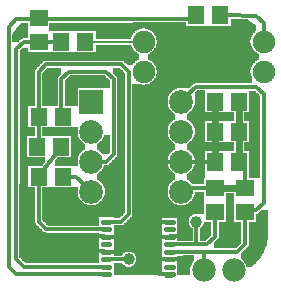
<source format=gtl>
G04 MADE WITH FRITZING*
G04 WWW.FRITZING.ORG*
G04 DOUBLE SIDED*
G04 HOLES PLATED*
G04 CONTOUR ON CENTER OF CONTOUR VECTOR*
%ASAXBY*%
%FSLAX23Y23*%
%MOIN*%
%OFA0B0*%
%SFA1.0B1.0*%
%ADD10C,0.075000*%
%ADD11C,0.079370*%
%ADD12C,0.039370*%
%ADD13C,0.078000*%
%ADD14R,0.079370X0.079370*%
%ADD15R,0.055118X0.059055*%
%ADD16R,0.059055X0.055118*%
%ADD17C,0.016000*%
%ADD18C,0.012000*%
%ADD19C,0.024000*%
%ADD20C,0.008000*%
%LNCOPPER1*%
G90*
G70*
G54D10*
X708Y897D03*
X592Y814D03*
X992Y814D03*
G54D11*
X417Y714D03*
X717Y714D03*
X417Y614D03*
X717Y614D03*
X417Y514D03*
X717Y514D03*
X417Y414D03*
X717Y414D03*
G54D10*
X992Y914D03*
X592Y914D03*
G54D12*
X767Y314D03*
G54D13*
X892Y151D03*
X792Y151D03*
G54D12*
X542Y189D03*
G54D14*
X417Y714D03*
G54D15*
X830Y714D03*
X910Y714D03*
X830Y614D03*
X910Y614D03*
X830Y514D03*
X910Y514D03*
G54D16*
X830Y426D03*
X830Y345D03*
X930Y426D03*
X930Y345D03*
G54D15*
X317Y914D03*
X398Y914D03*
X767Y1001D03*
X848Y1001D03*
G54D16*
X242Y914D03*
X242Y994D03*
G54D15*
X242Y664D03*
X323Y664D03*
X317Y564D03*
X236Y564D03*
X242Y464D03*
X323Y464D03*
G54D17*
X690Y138D02*
X668Y138D01*
D02*
X690Y163D02*
X668Y163D01*
D02*
X690Y188D02*
X668Y188D01*
D02*
X690Y213D02*
X668Y213D01*
D02*
X690Y238D02*
X668Y238D01*
D02*
X690Y263D02*
X668Y263D01*
D02*
X690Y288D02*
X668Y288D01*
D02*
X690Y313D02*
X668Y313D01*
D02*
X478Y314D02*
X456Y314D01*
D02*
X478Y289D02*
X456Y289D01*
D02*
X478Y264D02*
X456Y264D01*
D02*
X478Y239D02*
X456Y239D01*
D02*
X478Y214D02*
X456Y214D01*
D02*
X478Y189D02*
X456Y189D01*
D02*
X478Y164D02*
X456Y164D01*
D02*
X478Y139D02*
X456Y139D01*
G54D18*
D02*
X992Y977D02*
X992Y937D01*
D02*
X870Y1001D02*
X967Y1000D01*
D02*
X930Y448D02*
X930Y500D01*
D02*
X930Y500D02*
X910Y514D01*
D02*
X808Y514D02*
X742Y514D01*
G54D19*
D02*
X910Y590D02*
X910Y538D01*
D02*
X910Y638D02*
X910Y690D01*
D02*
X830Y638D02*
X830Y690D01*
D02*
X830Y538D02*
X830Y590D01*
G54D18*
D02*
X792Y213D02*
X905Y213D01*
D02*
X768Y239D02*
X693Y238D01*
D02*
X805Y239D02*
X768Y239D01*
D02*
X905Y213D02*
X930Y239D01*
D02*
X830Y323D02*
X830Y264D01*
D02*
X830Y264D02*
X805Y239D01*
D02*
X693Y213D02*
X792Y213D01*
D02*
X930Y239D02*
X930Y323D01*
D02*
X754Y426D02*
X746Y423D01*
D02*
X806Y426D02*
X754Y426D01*
G54D19*
D02*
X906Y426D02*
X854Y426D01*
G54D18*
D02*
X992Y377D02*
X967Y351D01*
D02*
X992Y739D02*
X992Y377D01*
D02*
X767Y764D02*
X967Y764D01*
D02*
X967Y351D02*
X954Y349D01*
D02*
X735Y731D02*
X767Y764D01*
D02*
X967Y764D02*
X992Y739D01*
D02*
X642Y513D02*
X692Y513D01*
D02*
X618Y189D02*
X666Y188D01*
D02*
X618Y163D02*
X618Y189D01*
D02*
X642Y139D02*
X618Y163D01*
D02*
X617Y413D02*
X618Y489D01*
D02*
X618Y489D02*
X642Y513D01*
D02*
X666Y313D02*
X618Y313D01*
D02*
X618Y313D02*
X617Y413D01*
D02*
X492Y213D02*
X517Y239D01*
D02*
X517Y239D02*
X518Y263D01*
D02*
X481Y213D02*
X492Y213D01*
D02*
X518Y263D02*
X618Y263D01*
D02*
X481Y263D02*
X518Y263D01*
D02*
X666Y263D02*
X618Y263D01*
D02*
X618Y313D02*
X618Y263D01*
D02*
X617Y264D02*
X618Y189D01*
D02*
X666Y138D02*
X642Y139D01*
D02*
X242Y640D02*
X242Y589D01*
D02*
X242Y589D02*
X242Y588D01*
D02*
X529Y189D02*
X481Y189D01*
D02*
X792Y213D02*
X792Y176D01*
D02*
X767Y300D02*
X768Y239D01*
D02*
X192Y913D02*
X218Y913D01*
D02*
X518Y313D02*
X542Y339D01*
D02*
X268Y289D02*
X242Y313D01*
D02*
X468Y813D02*
X342Y813D01*
D02*
X518Y839D02*
X267Y839D01*
D02*
X267Y839D02*
X242Y814D01*
D02*
X192Y164D02*
X167Y189D01*
D02*
X318Y689D02*
X318Y688D01*
D02*
X318Y789D02*
X318Y689D01*
D02*
X368Y463D02*
X345Y463D01*
D02*
X260Y488D02*
X299Y540D01*
D02*
X492Y539D02*
X492Y789D01*
D02*
X242Y814D02*
X242Y688D01*
D02*
X542Y814D02*
X518Y839D01*
D02*
X542Y339D02*
X542Y814D01*
D02*
X481Y313D02*
X518Y313D01*
D02*
X168Y889D02*
X192Y913D01*
D02*
X454Y164D02*
X192Y164D01*
D02*
X167Y189D02*
X168Y889D01*
D02*
X454Y289D02*
X268Y289D01*
D02*
X242Y313D02*
X242Y440D01*
D02*
X967Y1000D02*
X992Y977D01*
D02*
X342Y813D02*
X318Y789D01*
D02*
X468Y513D02*
X492Y539D01*
D02*
X442Y513D02*
X468Y513D01*
D02*
X492Y789D02*
X468Y813D01*
D02*
X266Y914D02*
X295Y914D01*
D02*
X218Y989D02*
X218Y989D01*
D02*
X168Y989D02*
X218Y989D01*
D02*
X168Y139D02*
X142Y163D01*
D02*
X142Y163D02*
X142Y963D01*
D02*
X454Y139D02*
X168Y139D01*
D02*
X142Y963D02*
X168Y989D01*
G54D20*
D02*
X420Y914D02*
X569Y914D01*
G54D18*
D02*
X399Y431D02*
X368Y463D01*
D02*
X743Y989D02*
X267Y988D01*
D02*
X745Y990D02*
X743Y989D01*
D02*
X267Y988D02*
X266Y988D01*
G36*
X184Y976D02*
X184Y974D01*
X182Y974D01*
X182Y972D01*
X180Y972D01*
X180Y970D01*
X178Y970D01*
X178Y968D01*
X176Y968D01*
X176Y966D01*
X174Y966D01*
X174Y964D01*
X172Y964D01*
X172Y962D01*
X170Y962D01*
X170Y960D01*
X168Y960D01*
X168Y958D01*
X166Y958D01*
X166Y954D01*
X164Y954D01*
X164Y952D01*
X162Y952D01*
X162Y950D01*
X160Y950D01*
X160Y946D01*
X158Y946D01*
X158Y944D01*
X156Y944D01*
X156Y940D01*
X154Y940D01*
X154Y912D01*
X174Y912D01*
X174Y914D01*
X176Y914D01*
X176Y916D01*
X178Y916D01*
X178Y918D01*
X180Y918D01*
X180Y920D01*
X182Y920D01*
X182Y922D01*
X186Y922D01*
X186Y924D01*
X190Y924D01*
X190Y926D01*
X206Y926D01*
X206Y976D01*
X184Y976D01*
G37*
D02*
G36*
X432Y904D02*
X432Y878D01*
X566Y878D01*
X566Y880D01*
X564Y880D01*
X564Y882D01*
X562Y882D01*
X562Y884D01*
X560Y884D01*
X560Y886D01*
X558Y886D01*
X558Y888D01*
X556Y888D01*
X556Y892D01*
X554Y892D01*
X554Y896D01*
X552Y896D01*
X552Y900D01*
X550Y900D01*
X550Y904D01*
X432Y904D01*
G37*
D02*
G36*
X186Y892D02*
X186Y890D01*
X184Y890D01*
X184Y888D01*
X182Y888D01*
X182Y886D01*
X180Y886D01*
X180Y878D01*
X284Y878D01*
X284Y880D01*
X206Y880D01*
X206Y892D01*
X186Y892D01*
G37*
D02*
G36*
X180Y878D02*
X180Y876D01*
X570Y876D01*
X570Y878D01*
X180Y878D01*
G37*
D02*
G36*
X180Y878D02*
X180Y876D01*
X570Y876D01*
X570Y878D01*
X180Y878D01*
G37*
D02*
G36*
X180Y876D02*
X180Y850D01*
X524Y850D01*
X524Y848D01*
X526Y848D01*
X526Y846D01*
X528Y846D01*
X528Y844D01*
X530Y844D01*
X530Y842D01*
X532Y842D01*
X532Y840D01*
X534Y840D01*
X534Y838D01*
X536Y838D01*
X536Y836D01*
X556Y836D01*
X556Y840D01*
X558Y840D01*
X558Y842D01*
X560Y842D01*
X560Y844D01*
X562Y844D01*
X562Y846D01*
X564Y846D01*
X564Y848D01*
X566Y848D01*
X566Y850D01*
X570Y850D01*
X570Y852D01*
X574Y852D01*
X574Y854D01*
X578Y854D01*
X578Y874D01*
X572Y874D01*
X572Y876D01*
X180Y876D01*
G37*
D02*
G36*
X180Y850D02*
X180Y440D01*
X178Y440D01*
X178Y194D01*
X180Y194D01*
X180Y192D01*
X182Y192D01*
X182Y190D01*
X184Y190D01*
X184Y188D01*
X186Y188D01*
X186Y186D01*
X188Y186D01*
X188Y184D01*
X190Y184D01*
X190Y182D01*
X192Y182D01*
X192Y180D01*
X194Y180D01*
X194Y178D01*
X196Y178D01*
X196Y176D01*
X442Y176D01*
X442Y276D01*
X266Y276D01*
X266Y278D01*
X262Y278D01*
X262Y280D01*
X258Y280D01*
X258Y282D01*
X256Y282D01*
X256Y284D01*
X254Y284D01*
X254Y286D01*
X252Y286D01*
X252Y288D01*
X250Y288D01*
X250Y290D01*
X248Y290D01*
X248Y292D01*
X246Y292D01*
X246Y294D01*
X244Y294D01*
X244Y296D01*
X242Y296D01*
X242Y298D01*
X240Y298D01*
X240Y300D01*
X238Y300D01*
X238Y302D01*
X236Y302D01*
X236Y304D01*
X234Y304D01*
X234Y306D01*
X232Y306D01*
X232Y308D01*
X230Y308D01*
X230Y428D01*
X208Y428D01*
X208Y498D01*
X210Y498D01*
X210Y500D01*
X256Y500D01*
X256Y504D01*
X258Y504D01*
X258Y506D01*
X260Y506D01*
X260Y508D01*
X262Y508D01*
X262Y528D01*
X204Y528D01*
X204Y530D01*
X202Y530D01*
X202Y598D01*
X204Y598D01*
X204Y600D01*
X230Y600D01*
X230Y628D01*
X208Y628D01*
X208Y698D01*
X210Y698D01*
X210Y700D01*
X230Y700D01*
X230Y818D01*
X232Y818D01*
X232Y822D01*
X234Y822D01*
X234Y824D01*
X236Y824D01*
X236Y826D01*
X238Y826D01*
X238Y828D01*
X240Y828D01*
X240Y830D01*
X242Y830D01*
X242Y832D01*
X244Y832D01*
X244Y834D01*
X246Y834D01*
X246Y836D01*
X248Y836D01*
X248Y838D01*
X250Y838D01*
X250Y840D01*
X252Y840D01*
X252Y842D01*
X254Y842D01*
X254Y844D01*
X256Y844D01*
X256Y846D01*
X258Y846D01*
X258Y848D01*
X260Y848D01*
X260Y850D01*
X180Y850D01*
G37*
D02*
G36*
X270Y826D02*
X270Y824D01*
X268Y824D01*
X268Y822D01*
X266Y822D01*
X266Y820D01*
X264Y820D01*
X264Y818D01*
X262Y818D01*
X262Y816D01*
X260Y816D01*
X260Y814D01*
X258Y814D01*
X258Y812D01*
X256Y812D01*
X256Y810D01*
X254Y810D01*
X254Y700D01*
X306Y700D01*
X306Y794D01*
X308Y794D01*
X308Y796D01*
X310Y796D01*
X310Y800D01*
X312Y800D01*
X312Y802D01*
X314Y802D01*
X314Y804D01*
X316Y804D01*
X316Y806D01*
X318Y806D01*
X318Y826D01*
X270Y826D01*
G37*
D02*
G36*
X346Y802D02*
X346Y800D01*
X344Y800D01*
X344Y798D01*
X342Y798D01*
X342Y796D01*
X340Y796D01*
X340Y794D01*
X338Y794D01*
X338Y792D01*
X336Y792D01*
X336Y790D01*
X334Y790D01*
X334Y788D01*
X332Y788D01*
X332Y786D01*
X330Y786D01*
X330Y700D01*
X372Y700D01*
X372Y760D01*
X480Y760D01*
X480Y786D01*
X478Y786D01*
X478Y788D01*
X476Y788D01*
X476Y790D01*
X474Y790D01*
X474Y792D01*
X472Y792D01*
X472Y794D01*
X468Y794D01*
X468Y796D01*
X466Y796D01*
X466Y798D01*
X464Y798D01*
X464Y800D01*
X462Y800D01*
X462Y802D01*
X346Y802D01*
G37*
D02*
G36*
X770Y752D02*
X770Y750D01*
X768Y750D01*
X768Y748D01*
X766Y748D01*
X766Y746D01*
X764Y746D01*
X764Y744D01*
X762Y744D01*
X762Y702D01*
X760Y702D01*
X760Y696D01*
X758Y696D01*
X758Y692D01*
X756Y692D01*
X756Y688D01*
X754Y688D01*
X754Y686D01*
X752Y686D01*
X752Y684D01*
X750Y684D01*
X750Y682D01*
X748Y682D01*
X748Y680D01*
X746Y680D01*
X746Y678D01*
X744Y678D01*
X744Y676D01*
X740Y676D01*
X740Y674D01*
X738Y674D01*
X738Y654D01*
X740Y654D01*
X740Y652D01*
X744Y652D01*
X744Y650D01*
X746Y650D01*
X746Y648D01*
X748Y648D01*
X748Y646D01*
X750Y646D01*
X750Y644D01*
X752Y644D01*
X752Y642D01*
X754Y642D01*
X754Y640D01*
X756Y640D01*
X756Y636D01*
X758Y636D01*
X758Y632D01*
X760Y632D01*
X760Y626D01*
X762Y626D01*
X762Y602D01*
X760Y602D01*
X760Y596D01*
X758Y596D01*
X758Y592D01*
X756Y592D01*
X756Y588D01*
X754Y588D01*
X754Y586D01*
X752Y586D01*
X752Y584D01*
X750Y584D01*
X750Y582D01*
X748Y582D01*
X748Y580D01*
X746Y580D01*
X746Y578D01*
X744Y578D01*
X744Y576D01*
X740Y576D01*
X740Y574D01*
X738Y574D01*
X738Y554D01*
X740Y554D01*
X740Y552D01*
X744Y552D01*
X744Y550D01*
X746Y550D01*
X746Y548D01*
X748Y548D01*
X748Y546D01*
X750Y546D01*
X750Y544D01*
X752Y544D01*
X752Y542D01*
X754Y542D01*
X754Y540D01*
X756Y540D01*
X756Y536D01*
X758Y536D01*
X758Y532D01*
X760Y532D01*
X760Y526D01*
X762Y526D01*
X762Y502D01*
X760Y502D01*
X760Y496D01*
X758Y496D01*
X758Y492D01*
X756Y492D01*
X756Y488D01*
X754Y488D01*
X754Y486D01*
X752Y486D01*
X752Y484D01*
X750Y484D01*
X750Y482D01*
X748Y482D01*
X748Y480D01*
X746Y480D01*
X746Y478D01*
X744Y478D01*
X744Y476D01*
X740Y476D01*
X740Y474D01*
X738Y474D01*
X738Y454D01*
X740Y454D01*
X740Y452D01*
X744Y452D01*
X744Y450D01*
X746Y450D01*
X746Y448D01*
X748Y448D01*
X748Y446D01*
X750Y446D01*
X750Y444D01*
X752Y444D01*
X752Y442D01*
X754Y442D01*
X754Y440D01*
X756Y440D01*
X756Y438D01*
X794Y438D01*
X794Y460D01*
X796Y460D01*
X796Y550D01*
X892Y550D01*
X892Y578D01*
X796Y578D01*
X796Y650D01*
X892Y650D01*
X892Y678D01*
X796Y678D01*
X796Y752D01*
X770Y752D01*
G37*
D02*
G36*
X944Y750D02*
X944Y678D01*
X928Y678D01*
X928Y650D01*
X944Y650D01*
X944Y578D01*
X928Y578D01*
X928Y550D01*
X944Y550D01*
X944Y460D01*
X980Y460D01*
X980Y734D01*
X978Y734D01*
X978Y736D01*
X976Y736D01*
X976Y738D01*
X974Y738D01*
X974Y740D01*
X972Y740D01*
X972Y742D01*
X970Y742D01*
X970Y744D01*
X968Y744D01*
X968Y746D01*
X966Y746D01*
X966Y748D01*
X964Y748D01*
X964Y750D01*
X944Y750D01*
G37*
D02*
G36*
X254Y628D02*
X254Y600D01*
X350Y600D01*
X350Y528D01*
X304Y528D01*
X304Y524D01*
X302Y524D01*
X302Y522D01*
X300Y522D01*
X300Y520D01*
X298Y520D01*
X298Y500D01*
X374Y500D01*
X374Y502D01*
X372Y502D01*
X372Y524D01*
X374Y524D01*
X374Y532D01*
X376Y532D01*
X376Y536D01*
X378Y536D01*
X378Y538D01*
X380Y538D01*
X380Y542D01*
X382Y542D01*
X382Y544D01*
X384Y544D01*
X384Y546D01*
X386Y546D01*
X386Y548D01*
X388Y548D01*
X388Y550D01*
X390Y550D01*
X390Y552D01*
X394Y552D01*
X394Y554D01*
X398Y554D01*
X398Y574D01*
X394Y574D01*
X394Y576D01*
X390Y576D01*
X390Y578D01*
X388Y578D01*
X388Y580D01*
X386Y580D01*
X386Y582D01*
X384Y582D01*
X384Y584D01*
X382Y584D01*
X382Y586D01*
X380Y586D01*
X380Y588D01*
X378Y588D01*
X378Y592D01*
X376Y592D01*
X376Y596D01*
X374Y596D01*
X374Y602D01*
X372Y602D01*
X372Y624D01*
X374Y624D01*
X374Y628D01*
X254Y628D01*
G37*
D02*
G36*
X460Y602D02*
X460Y596D01*
X458Y596D01*
X458Y592D01*
X456Y592D01*
X456Y588D01*
X454Y588D01*
X454Y586D01*
X452Y586D01*
X452Y584D01*
X450Y584D01*
X450Y582D01*
X448Y582D01*
X448Y580D01*
X446Y580D01*
X446Y578D01*
X444Y578D01*
X444Y576D01*
X440Y576D01*
X440Y574D01*
X438Y574D01*
X438Y554D01*
X440Y554D01*
X440Y552D01*
X444Y552D01*
X444Y550D01*
X446Y550D01*
X446Y548D01*
X448Y548D01*
X448Y546D01*
X450Y546D01*
X450Y544D01*
X452Y544D01*
X452Y542D01*
X454Y542D01*
X454Y540D01*
X456Y540D01*
X456Y538D01*
X476Y538D01*
X476Y540D01*
X478Y540D01*
X478Y542D01*
X480Y542D01*
X480Y602D01*
X460Y602D01*
G37*
D02*
G36*
X490Y826D02*
X490Y806D01*
X492Y806D01*
X492Y804D01*
X494Y804D01*
X494Y802D01*
X496Y802D01*
X496Y800D01*
X498Y800D01*
X498Y798D01*
X500Y798D01*
X500Y796D01*
X502Y796D01*
X502Y794D01*
X504Y794D01*
X504Y534D01*
X502Y534D01*
X502Y530D01*
X500Y530D01*
X500Y528D01*
X498Y528D01*
X498Y526D01*
X496Y526D01*
X496Y524D01*
X494Y524D01*
X494Y522D01*
X492Y522D01*
X492Y520D01*
X490Y520D01*
X490Y518D01*
X488Y518D01*
X488Y516D01*
X486Y516D01*
X486Y514D01*
X484Y514D01*
X484Y512D01*
X482Y512D01*
X482Y510D01*
X480Y510D01*
X480Y508D01*
X478Y508D01*
X478Y506D01*
X476Y506D01*
X476Y504D01*
X474Y504D01*
X474Y502D01*
X460Y502D01*
X460Y496D01*
X458Y496D01*
X458Y492D01*
X456Y492D01*
X456Y488D01*
X454Y488D01*
X454Y486D01*
X452Y486D01*
X452Y484D01*
X450Y484D01*
X450Y482D01*
X448Y482D01*
X448Y480D01*
X446Y480D01*
X446Y478D01*
X444Y478D01*
X444Y476D01*
X440Y476D01*
X440Y474D01*
X438Y474D01*
X438Y454D01*
X440Y454D01*
X440Y452D01*
X444Y452D01*
X444Y450D01*
X446Y450D01*
X446Y448D01*
X448Y448D01*
X448Y446D01*
X450Y446D01*
X450Y444D01*
X452Y444D01*
X452Y442D01*
X454Y442D01*
X454Y440D01*
X456Y440D01*
X456Y436D01*
X458Y436D01*
X458Y432D01*
X460Y432D01*
X460Y426D01*
X462Y426D01*
X462Y402D01*
X460Y402D01*
X460Y396D01*
X458Y396D01*
X458Y392D01*
X456Y392D01*
X456Y388D01*
X454Y388D01*
X454Y386D01*
X452Y386D01*
X452Y384D01*
X450Y384D01*
X450Y382D01*
X448Y382D01*
X448Y380D01*
X446Y380D01*
X446Y378D01*
X444Y378D01*
X444Y376D01*
X440Y376D01*
X440Y374D01*
X438Y374D01*
X438Y372D01*
X432Y372D01*
X432Y370D01*
X426Y370D01*
X426Y368D01*
X530Y368D01*
X530Y810D01*
X528Y810D01*
X528Y812D01*
X526Y812D01*
X526Y814D01*
X524Y814D01*
X524Y816D01*
X522Y816D01*
X522Y818D01*
X520Y818D01*
X520Y820D01*
X518Y820D01*
X518Y822D01*
X516Y822D01*
X516Y824D01*
X514Y824D01*
X514Y826D01*
X490Y826D01*
G37*
D02*
G36*
X254Y428D02*
X254Y368D01*
X408Y368D01*
X408Y370D01*
X402Y370D01*
X402Y372D01*
X398Y372D01*
X398Y374D01*
X394Y374D01*
X394Y376D01*
X390Y376D01*
X390Y378D01*
X388Y378D01*
X388Y380D01*
X386Y380D01*
X386Y382D01*
X384Y382D01*
X384Y384D01*
X382Y384D01*
X382Y386D01*
X380Y386D01*
X380Y388D01*
X378Y388D01*
X378Y392D01*
X376Y392D01*
X376Y396D01*
X374Y396D01*
X374Y402D01*
X372Y402D01*
X372Y428D01*
X254Y428D01*
G37*
D02*
G36*
X254Y368D02*
X254Y366D01*
X530Y366D01*
X530Y368D01*
X254Y368D01*
G37*
D02*
G36*
X254Y368D02*
X254Y366D01*
X530Y366D01*
X530Y368D01*
X254Y368D01*
G37*
D02*
G36*
X254Y366D02*
X254Y328D01*
X492Y328D01*
X492Y326D01*
X514Y326D01*
X514Y328D01*
X516Y328D01*
X516Y330D01*
X518Y330D01*
X518Y332D01*
X520Y332D01*
X520Y334D01*
X522Y334D01*
X522Y336D01*
X524Y336D01*
X524Y338D01*
X526Y338D01*
X526Y340D01*
X528Y340D01*
X528Y342D01*
X530Y342D01*
X530Y366D01*
X254Y366D01*
G37*
D02*
G36*
X254Y328D02*
X254Y318D01*
X256Y318D01*
X256Y316D01*
X258Y316D01*
X258Y314D01*
X260Y314D01*
X260Y312D01*
X262Y312D01*
X262Y310D01*
X264Y310D01*
X264Y308D01*
X266Y308D01*
X266Y306D01*
X268Y306D01*
X268Y304D01*
X270Y304D01*
X270Y302D01*
X272Y302D01*
X272Y300D01*
X442Y300D01*
X442Y328D01*
X254Y328D01*
G37*
D02*
G36*
X866Y408D02*
X866Y312D01*
X842Y312D01*
X842Y260D01*
X840Y260D01*
X840Y256D01*
X838Y256D01*
X838Y254D01*
X836Y254D01*
X836Y252D01*
X834Y252D01*
X834Y250D01*
X832Y250D01*
X832Y248D01*
X830Y248D01*
X830Y246D01*
X828Y246D01*
X828Y226D01*
X902Y226D01*
X902Y228D01*
X904Y228D01*
X904Y230D01*
X906Y230D01*
X906Y232D01*
X908Y232D01*
X908Y234D01*
X910Y234D01*
X910Y236D01*
X912Y236D01*
X912Y238D01*
X914Y238D01*
X914Y240D01*
X916Y240D01*
X916Y242D01*
X918Y242D01*
X918Y312D01*
X894Y312D01*
X894Y408D01*
X866Y408D01*
G37*
D02*
G36*
X986Y354D02*
X986Y352D01*
X984Y352D01*
X984Y350D01*
X982Y350D01*
X982Y348D01*
X980Y348D01*
X980Y346D01*
X978Y346D01*
X978Y344D01*
X976Y344D01*
X976Y342D01*
X972Y342D01*
X972Y340D01*
X966Y340D01*
X966Y312D01*
X942Y312D01*
X942Y234D01*
X940Y234D01*
X940Y230D01*
X938Y230D01*
X938Y228D01*
X936Y228D01*
X936Y226D01*
X934Y226D01*
X934Y224D01*
X932Y224D01*
X932Y222D01*
X930Y222D01*
X930Y220D01*
X928Y220D01*
X928Y218D01*
X926Y218D01*
X926Y216D01*
X924Y216D01*
X924Y214D01*
X922Y214D01*
X922Y212D01*
X920Y212D01*
X920Y210D01*
X918Y210D01*
X918Y208D01*
X916Y208D01*
X916Y188D01*
X920Y188D01*
X920Y186D01*
X922Y186D01*
X922Y184D01*
X924Y184D01*
X924Y182D01*
X926Y182D01*
X926Y180D01*
X928Y180D01*
X928Y176D01*
X930Y176D01*
X930Y174D01*
X932Y174D01*
X932Y170D01*
X934Y170D01*
X934Y164D01*
X954Y164D01*
X954Y166D01*
X956Y166D01*
X956Y168D01*
X958Y168D01*
X958Y170D01*
X960Y170D01*
X960Y172D01*
X964Y172D01*
X964Y174D01*
X966Y174D01*
X966Y176D01*
X968Y176D01*
X968Y178D01*
X970Y178D01*
X970Y182D01*
X972Y182D01*
X972Y184D01*
X974Y184D01*
X974Y186D01*
X976Y186D01*
X976Y188D01*
X978Y188D01*
X978Y190D01*
X980Y190D01*
X980Y194D01*
X982Y194D01*
X982Y196D01*
X984Y196D01*
X984Y200D01*
X986Y200D01*
X986Y202D01*
X988Y202D01*
X988Y206D01*
X990Y206D01*
X990Y210D01*
X992Y210D01*
X992Y214D01*
X994Y214D01*
X994Y218D01*
X996Y218D01*
X996Y224D01*
X998Y224D01*
X998Y228D01*
X1000Y228D01*
X1000Y234D01*
X1002Y234D01*
X1002Y242D01*
X1004Y242D01*
X1004Y254D01*
X1006Y254D01*
X1006Y354D01*
X986Y354D01*
G37*
D02*
G36*
X792Y312D02*
X792Y306D01*
X790Y306D01*
X790Y300D01*
X788Y300D01*
X788Y298D01*
X786Y298D01*
X786Y296D01*
X784Y296D01*
X784Y294D01*
X782Y294D01*
X782Y292D01*
X780Y292D01*
X780Y250D01*
X800Y250D01*
X800Y252D01*
X802Y252D01*
X802Y254D01*
X804Y254D01*
X804Y256D01*
X806Y256D01*
X806Y258D01*
X808Y258D01*
X808Y260D01*
X810Y260D01*
X810Y262D01*
X812Y262D01*
X812Y264D01*
X814Y264D01*
X814Y266D01*
X816Y266D01*
X816Y268D01*
X818Y268D01*
X818Y312D01*
X792Y312D01*
G37*
D02*
G36*
X724Y202D02*
X724Y200D01*
X704Y200D01*
X704Y136D01*
X748Y136D01*
X748Y164D01*
X750Y164D01*
X750Y170D01*
X752Y170D01*
X752Y174D01*
X754Y174D01*
X754Y176D01*
X756Y176D01*
X756Y180D01*
X758Y180D01*
X758Y182D01*
X760Y182D01*
X760Y202D01*
X724Y202D01*
G37*
D02*
G36*
X882Y990D02*
X882Y966D01*
X966Y966D01*
X966Y968D01*
X964Y968D01*
X964Y970D01*
X962Y970D01*
X962Y972D01*
X958Y972D01*
X958Y974D01*
X956Y974D01*
X956Y976D01*
X954Y976D01*
X954Y978D01*
X952Y978D01*
X952Y980D01*
X948Y980D01*
X948Y982D01*
X946Y982D01*
X946Y984D01*
X942Y984D01*
X942Y986D01*
X940Y986D01*
X940Y988D01*
X914Y988D01*
X914Y990D01*
X882Y990D01*
G37*
D02*
G36*
X558Y978D02*
X558Y976D01*
X278Y976D01*
X278Y966D01*
X734Y966D01*
X734Y978D01*
X558Y978D01*
G37*
D02*
G36*
X278Y966D02*
X278Y964D01*
X966Y964D01*
X966Y966D01*
X278Y966D01*
G37*
D02*
G36*
X278Y966D02*
X278Y964D01*
X966Y964D01*
X966Y966D01*
X278Y966D01*
G37*
D02*
G36*
X278Y964D02*
X278Y958D01*
X596Y958D01*
X596Y956D01*
X606Y956D01*
X606Y954D01*
X610Y954D01*
X610Y952D01*
X614Y952D01*
X614Y950D01*
X618Y950D01*
X618Y948D01*
X620Y948D01*
X620Y946D01*
X622Y946D01*
X622Y944D01*
X624Y944D01*
X624Y942D01*
X626Y942D01*
X626Y940D01*
X628Y940D01*
X628Y936D01*
X630Y936D01*
X630Y934D01*
X632Y934D01*
X632Y928D01*
X634Y928D01*
X634Y920D01*
X636Y920D01*
X636Y906D01*
X634Y906D01*
X634Y900D01*
X632Y900D01*
X632Y894D01*
X630Y894D01*
X630Y892D01*
X628Y892D01*
X628Y888D01*
X626Y888D01*
X626Y886D01*
X624Y886D01*
X624Y884D01*
X622Y884D01*
X622Y882D01*
X620Y882D01*
X620Y880D01*
X618Y880D01*
X618Y878D01*
X614Y878D01*
X614Y876D01*
X612Y876D01*
X612Y874D01*
X606Y874D01*
X606Y854D01*
X610Y854D01*
X610Y852D01*
X614Y852D01*
X614Y850D01*
X618Y850D01*
X618Y848D01*
X620Y848D01*
X620Y846D01*
X622Y846D01*
X622Y844D01*
X624Y844D01*
X624Y842D01*
X626Y842D01*
X626Y840D01*
X628Y840D01*
X628Y836D01*
X630Y836D01*
X630Y834D01*
X632Y834D01*
X632Y828D01*
X634Y828D01*
X634Y820D01*
X636Y820D01*
X636Y806D01*
X634Y806D01*
X634Y800D01*
X632Y800D01*
X632Y794D01*
X630Y794D01*
X630Y792D01*
X628Y792D01*
X628Y788D01*
X626Y788D01*
X626Y786D01*
X624Y786D01*
X624Y784D01*
X622Y784D01*
X622Y782D01*
X620Y782D01*
X620Y780D01*
X618Y780D01*
X618Y778D01*
X614Y778D01*
X614Y776D01*
X612Y776D01*
X612Y774D01*
X606Y774D01*
X606Y772D01*
X598Y772D01*
X598Y770D01*
X756Y770D01*
X756Y772D01*
X760Y772D01*
X760Y774D01*
X762Y774D01*
X762Y776D01*
X954Y776D01*
X954Y796D01*
X952Y796D01*
X952Y800D01*
X950Y800D01*
X950Y808D01*
X948Y808D01*
X948Y818D01*
X950Y818D01*
X950Y828D01*
X952Y828D01*
X952Y832D01*
X954Y832D01*
X954Y836D01*
X956Y836D01*
X956Y840D01*
X958Y840D01*
X958Y842D01*
X960Y842D01*
X960Y844D01*
X962Y844D01*
X962Y846D01*
X964Y846D01*
X964Y848D01*
X966Y848D01*
X966Y850D01*
X970Y850D01*
X970Y852D01*
X974Y852D01*
X974Y854D01*
X978Y854D01*
X978Y874D01*
X972Y874D01*
X972Y876D01*
X970Y876D01*
X970Y878D01*
X966Y878D01*
X966Y880D01*
X964Y880D01*
X964Y882D01*
X962Y882D01*
X962Y884D01*
X960Y884D01*
X960Y886D01*
X958Y886D01*
X958Y888D01*
X956Y888D01*
X956Y892D01*
X954Y892D01*
X954Y896D01*
X952Y896D01*
X952Y900D01*
X950Y900D01*
X950Y908D01*
X948Y908D01*
X948Y918D01*
X950Y918D01*
X950Y928D01*
X952Y928D01*
X952Y932D01*
X954Y932D01*
X954Y936D01*
X956Y936D01*
X956Y940D01*
X958Y940D01*
X958Y942D01*
X960Y942D01*
X960Y944D01*
X962Y944D01*
X962Y946D01*
X964Y946D01*
X964Y948D01*
X966Y948D01*
X966Y964D01*
X278Y964D01*
G37*
D02*
G36*
X278Y958D02*
X278Y950D01*
X430Y950D01*
X430Y948D01*
X432Y948D01*
X432Y924D01*
X550Y924D01*
X550Y928D01*
X552Y928D01*
X552Y932D01*
X554Y932D01*
X554Y936D01*
X556Y936D01*
X556Y940D01*
X558Y940D01*
X558Y942D01*
X560Y942D01*
X560Y944D01*
X562Y944D01*
X562Y946D01*
X564Y946D01*
X564Y948D01*
X566Y948D01*
X566Y950D01*
X570Y950D01*
X570Y952D01*
X574Y952D01*
X574Y954D01*
X578Y954D01*
X578Y956D01*
X588Y956D01*
X588Y958D01*
X278Y958D01*
G37*
D02*
G36*
X554Y774D02*
X554Y770D01*
X586Y770D01*
X586Y772D01*
X578Y772D01*
X578Y774D01*
X554Y774D01*
G37*
D02*
G36*
X554Y770D02*
X554Y768D01*
X754Y768D01*
X754Y770D01*
X554Y770D01*
G37*
D02*
G36*
X554Y770D02*
X554Y768D01*
X754Y768D01*
X754Y770D01*
X554Y770D01*
G37*
D02*
G36*
X554Y768D02*
X554Y760D01*
X724Y760D01*
X724Y758D01*
X744Y758D01*
X744Y760D01*
X746Y760D01*
X746Y762D01*
X748Y762D01*
X748Y764D01*
X750Y764D01*
X750Y766D01*
X752Y766D01*
X752Y768D01*
X554Y768D01*
G37*
D02*
G36*
X554Y760D02*
X554Y368D01*
X708Y368D01*
X708Y370D01*
X702Y370D01*
X702Y372D01*
X698Y372D01*
X698Y374D01*
X694Y374D01*
X694Y376D01*
X690Y376D01*
X690Y378D01*
X688Y378D01*
X688Y380D01*
X686Y380D01*
X686Y382D01*
X684Y382D01*
X684Y384D01*
X682Y384D01*
X682Y386D01*
X680Y386D01*
X680Y388D01*
X678Y388D01*
X678Y392D01*
X676Y392D01*
X676Y396D01*
X674Y396D01*
X674Y402D01*
X672Y402D01*
X672Y424D01*
X674Y424D01*
X674Y432D01*
X676Y432D01*
X676Y436D01*
X678Y436D01*
X678Y438D01*
X680Y438D01*
X680Y442D01*
X682Y442D01*
X682Y444D01*
X684Y444D01*
X684Y446D01*
X686Y446D01*
X686Y448D01*
X688Y448D01*
X688Y450D01*
X690Y450D01*
X690Y452D01*
X694Y452D01*
X694Y454D01*
X698Y454D01*
X698Y474D01*
X694Y474D01*
X694Y476D01*
X690Y476D01*
X690Y478D01*
X688Y478D01*
X688Y480D01*
X686Y480D01*
X686Y482D01*
X684Y482D01*
X684Y484D01*
X682Y484D01*
X682Y486D01*
X680Y486D01*
X680Y488D01*
X678Y488D01*
X678Y492D01*
X676Y492D01*
X676Y496D01*
X674Y496D01*
X674Y502D01*
X672Y502D01*
X672Y524D01*
X674Y524D01*
X674Y532D01*
X676Y532D01*
X676Y536D01*
X678Y536D01*
X678Y538D01*
X680Y538D01*
X680Y542D01*
X682Y542D01*
X682Y544D01*
X684Y544D01*
X684Y546D01*
X686Y546D01*
X686Y548D01*
X688Y548D01*
X688Y550D01*
X690Y550D01*
X690Y552D01*
X694Y552D01*
X694Y554D01*
X698Y554D01*
X698Y574D01*
X694Y574D01*
X694Y576D01*
X690Y576D01*
X690Y578D01*
X688Y578D01*
X688Y580D01*
X686Y580D01*
X686Y582D01*
X684Y582D01*
X684Y584D01*
X682Y584D01*
X682Y586D01*
X680Y586D01*
X680Y588D01*
X678Y588D01*
X678Y592D01*
X676Y592D01*
X676Y596D01*
X674Y596D01*
X674Y602D01*
X672Y602D01*
X672Y624D01*
X674Y624D01*
X674Y632D01*
X676Y632D01*
X676Y636D01*
X678Y636D01*
X678Y638D01*
X680Y638D01*
X680Y642D01*
X682Y642D01*
X682Y644D01*
X684Y644D01*
X684Y646D01*
X686Y646D01*
X686Y648D01*
X688Y648D01*
X688Y650D01*
X690Y650D01*
X690Y652D01*
X694Y652D01*
X694Y654D01*
X698Y654D01*
X698Y674D01*
X694Y674D01*
X694Y676D01*
X690Y676D01*
X690Y678D01*
X688Y678D01*
X688Y680D01*
X686Y680D01*
X686Y682D01*
X684Y682D01*
X684Y684D01*
X682Y684D01*
X682Y686D01*
X680Y686D01*
X680Y688D01*
X678Y688D01*
X678Y692D01*
X676Y692D01*
X676Y696D01*
X674Y696D01*
X674Y702D01*
X672Y702D01*
X672Y724D01*
X674Y724D01*
X674Y732D01*
X676Y732D01*
X676Y736D01*
X678Y736D01*
X678Y738D01*
X680Y738D01*
X680Y742D01*
X682Y742D01*
X682Y744D01*
X684Y744D01*
X684Y746D01*
X686Y746D01*
X686Y748D01*
X688Y748D01*
X688Y750D01*
X690Y750D01*
X690Y752D01*
X694Y752D01*
X694Y754D01*
X698Y754D01*
X698Y756D01*
X702Y756D01*
X702Y758D01*
X712Y758D01*
X712Y760D01*
X554Y760D01*
G37*
D02*
G36*
X762Y414D02*
X762Y402D01*
X760Y402D01*
X760Y396D01*
X758Y396D01*
X758Y392D01*
X756Y392D01*
X756Y388D01*
X754Y388D01*
X754Y386D01*
X752Y386D01*
X752Y384D01*
X750Y384D01*
X750Y382D01*
X748Y382D01*
X748Y380D01*
X746Y380D01*
X746Y378D01*
X744Y378D01*
X744Y376D01*
X740Y376D01*
X740Y374D01*
X738Y374D01*
X738Y372D01*
X732Y372D01*
X732Y370D01*
X726Y370D01*
X726Y368D01*
X794Y368D01*
X794Y414D01*
X762Y414D01*
G37*
D02*
G36*
X554Y368D02*
X554Y366D01*
X794Y366D01*
X794Y368D01*
X554Y368D01*
G37*
D02*
G36*
X554Y368D02*
X554Y366D01*
X794Y366D01*
X794Y368D01*
X554Y368D01*
G37*
D02*
G36*
X554Y366D02*
X554Y340D01*
X772Y340D01*
X772Y338D01*
X794Y338D01*
X794Y366D01*
X554Y366D01*
G37*
D02*
G36*
X554Y340D02*
X554Y334D01*
X552Y334D01*
X552Y330D01*
X550Y330D01*
X550Y328D01*
X548Y328D01*
X548Y326D01*
X704Y326D01*
X704Y250D01*
X756Y250D01*
X756Y292D01*
X752Y292D01*
X752Y294D01*
X750Y294D01*
X750Y296D01*
X748Y296D01*
X748Y298D01*
X746Y298D01*
X746Y302D01*
X744Y302D01*
X744Y306D01*
X742Y306D01*
X742Y322D01*
X744Y322D01*
X744Y326D01*
X746Y326D01*
X746Y330D01*
X748Y330D01*
X748Y332D01*
X750Y332D01*
X750Y334D01*
X752Y334D01*
X752Y336D01*
X756Y336D01*
X756Y338D01*
X762Y338D01*
X762Y340D01*
X554Y340D01*
G37*
D02*
G36*
X546Y326D02*
X546Y324D01*
X544Y324D01*
X544Y322D01*
X542Y322D01*
X542Y320D01*
X540Y320D01*
X540Y318D01*
X538Y318D01*
X538Y316D01*
X536Y316D01*
X536Y314D01*
X534Y314D01*
X534Y312D01*
X532Y312D01*
X532Y310D01*
X530Y310D01*
X530Y308D01*
X528Y308D01*
X528Y306D01*
X526Y306D01*
X526Y304D01*
X524Y304D01*
X524Y302D01*
X492Y302D01*
X492Y214D01*
X550Y214D01*
X550Y212D01*
X554Y212D01*
X554Y210D01*
X558Y210D01*
X558Y208D01*
X560Y208D01*
X560Y206D01*
X562Y206D01*
X562Y204D01*
X564Y204D01*
X564Y200D01*
X566Y200D01*
X566Y194D01*
X568Y194D01*
X568Y184D01*
X566Y184D01*
X566Y178D01*
X564Y178D01*
X564Y174D01*
X562Y174D01*
X562Y172D01*
X560Y172D01*
X560Y170D01*
X558Y170D01*
X558Y168D01*
X556Y168D01*
X556Y166D01*
X550Y166D01*
X550Y164D01*
X654Y164D01*
X654Y326D01*
X546Y326D01*
G37*
D02*
G36*
X492Y214D02*
X492Y200D01*
X520Y200D01*
X520Y204D01*
X522Y204D01*
X522Y206D01*
X524Y206D01*
X524Y208D01*
X526Y208D01*
X526Y210D01*
X530Y210D01*
X530Y212D01*
X534Y212D01*
X534Y214D01*
X492Y214D01*
G37*
D02*
G36*
X492Y176D02*
X492Y164D01*
X534Y164D01*
X534Y166D01*
X530Y166D01*
X530Y168D01*
X526Y168D01*
X526Y170D01*
X524Y170D01*
X524Y172D01*
X522Y172D01*
X522Y174D01*
X520Y174D01*
X520Y176D01*
X492Y176D01*
G37*
D02*
G36*
X492Y164D02*
X492Y162D01*
X654Y162D01*
X654Y164D01*
X492Y164D01*
G37*
D02*
G36*
X492Y164D02*
X492Y162D01*
X654Y162D01*
X654Y164D01*
X492Y164D01*
G37*
D02*
G36*
X492Y162D02*
X492Y136D01*
X654Y136D01*
X654Y162D01*
X492Y162D01*
G37*
D02*
G36*
X438Y273D02*
X464Y273D01*
X464Y260D01*
X438Y260D01*
X438Y273D01*
G37*
D02*
G36*
X665Y140D02*
X690Y140D01*
X690Y126D01*
X665Y126D01*
X665Y140D01*
G37*
D02*
G36*
X678Y197D02*
X704Y197D01*
X704Y184D01*
X678Y184D01*
X678Y197D01*
G37*
D02*
G36*
X438Y223D02*
X464Y223D01*
X464Y210D01*
X438Y210D01*
X438Y223D01*
G37*
D02*
G36*
X678Y273D02*
X704Y273D01*
X704Y260D01*
X678Y260D01*
X678Y273D01*
G37*
D02*
G04 End of Copper1*
M02*
</source>
